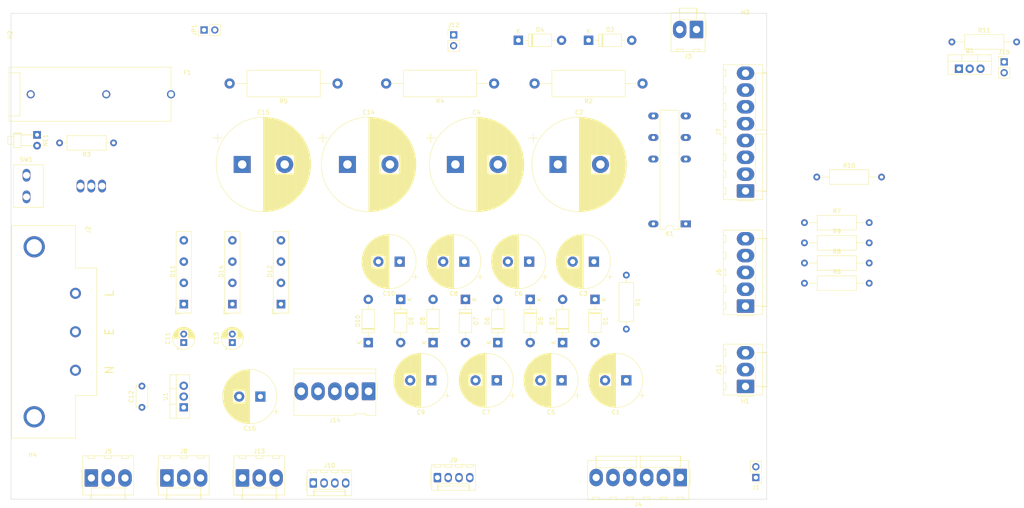
<source format=kicad_pcb>
(kicad_pcb (version 20211014) (generator pcbnew)
  (layers (0 "F.Cu" signal) (31 "B.Cu" signal) (34 "B.Paste" user) (35 "F.Paste" user) (36 "B.SilkS" user "B.Silkscreen") (37 "F.SilkS" user "F.Silkscreen") (38 "B.Mask" user) (39 "F.Mask" user) (44 "Edge.Cuts" user))
  (net 0 "")
  (net 1 "Net-(C1-Pad1)")
  (net 2 "Net-(C1-Pad2)")
  (net 3 "Net-(C2-Pad1)")
  (net 4 "Net-(C2-Pad2)")
  (net 5 "Net-(C3-Pad2)")
  (net 6 "/+360")
  (net 7 "Net-(C5-Pad2)")
  (net 8 "Net-(C6-Pad2)")
  (net 9 "/S4")
  (net 10 "/S5")
  (net 11 "/S6")
  (net 12 "/S7")
  (net 13 "Net-(C11-Pad2)")
  (net 14 "/115_A")
  (net 15 "/6.3_2A")
  (net 16 "/6.3_2B")
  (net 17 "Net-(F1-Pad1)")
  (net 18 "Net-(F1-Pad2)")
  (net 19 "/6.3_1A")
  (net 20 "/6.3_1B")
  (net 21 "/ACN")
  (net 25 "/SW_ACL")
  (net 26 "/115_B")
  (net 27 "/175_1A")
  (net 28 "/175_2A")
  (net 29 "Net-(NE1-Pad2)")
  (net 30 "/0V")
  (net 31 "Net-(C4-Pad1)")
  (net 32 "-5V")
  (net 33 "+12V")
  (net 34 "Net-(C14-Pad1)")
  (net 35 "Net-(D11-Pad3)")
  (net 36 "Net-(D14-Pad3)")
  (net 37 "Net-(C16-Pad1)")
  (net 38 "Net-(C16-Pad2)")
  (net 39 "Net-(D11-Pad2)")
  (net 40 "Net-(D14-Pad2)")
  (net 41 "/-V_CRT")
  (net 42 "GND")
  (net 43 "Net-(R7-Pad2)")
  (net 44 "Net-(R8-Pad2)")
  (net 45 "Net-(J15-Pad1)")
  (net 46 "Net-(K1-Pad7)")
  (net 47 "Net-(K1-Pad1)")
  (net 48 "Net-(K1-Pad11)")
  (net 49 "Net-(K1-Pad12)")
  (net 50 "Net-(K1-Pad16)")
  (footprint "Connector_Molex:Molex_KK-396_A-41791-0003_1x03_P3.96mm_Vertical" (layer "F.Cu") (at 44.3 134.725)
    (fp_text reference "J5" (at 3.96 -6.31) (layer "F.SilkS"))
    (fp_text value "Conn_01x03")
    (pad "1" thru_hole roundrect (at 0 0) (size 3.16 4.1) (drill 1.7) (layers *.Cu *.Mask) (roundrect_rratio 0.079114) (net 25 "/SW_ACL"))
    (pad "2" thru_hole oval (at 3.96 0) (size 3.16 4.1) (drill 1.7) (layers *.Cu *.Mask) (net 21 "/ACN"))
    (pad "3" thru_hole oval (at 7.92 0) (size 3.16 4.1) (drill 1.7) (layers *.Cu *.Mask) (net 42 "GND"))
  )
  (footprint "MountingHole:MountingHole_4.3mm_M4" (layer "F.Cu") (at 198.12 121.92)
    (fp_text reference "H1" (at 0 -5.3) (layer "F.SilkS"))
    (fp_text value "MountingHole")
    (pad "" np_thru_hole circle (at 0 0) (size 4.3 4.3) (drill 4.3) (layers *.Cu *.Mask))
  )
  (footprint "Connector_Molex:Molex_KK-396_A-41791-0002_1x02_P3.96mm_Vertical" (layer "F.Cu") (at 186.69 29.21 180)
    (fp_text reference "J3" (at 1.98 -6.31) (layer "F.SilkS"))
    (fp_text value "Conn_01x02")
    (pad "1" thru_hole roundrect (at 0 0 180) (size 3.16 4.1) (drill 1.7) (layers *.Cu *.Mask) (roundrect_rratio 0.079114) (net 6 "/+360"))
    (pad "2" thru_hole oval (at 3.96 0 180) (size 3.16 4.1) (drill 1.7) (layers *.Cu *.Mask) (net 30 "/0V"))
  )
  (footprint "Capacitor_THT:CP_Radial_D12.5mm_P5.00mm" (layer "F.Cu") (at 132.08 83.82 180)
    (fp_text reference "C8" (at 2.5 -7.5 180) (layer "F.SilkS"))
    (fp_text value "47u 400V")
    (pad "1" thru_hole rect (at 0 0 180) (size 2.4 2.4) (drill 1.2) (layers *.Cu *.Mask) (net 8 "Net-(C6-Pad2)"))
    (pad "2" thru_hole circle (at 5 0 180) (size 2.4 2.4) (drill 1.2) (layers *.Cu *.Mask) (net 10 "/S5"))
  )
  (footprint "Diode_THT:D_DO-41_SOD81_P10.16mm_Horizontal" (layer "F.Cu") (at 161.29 31.75)
    (fp_text reference "D2" (at 5.08 -2.47) (layer "F.SilkS"))
    (fp_text value "1N4007")
    (fp_text user "K" (at 0 -2.1) (layer "F.SilkS"))
    (pad "1" thru_hole rect (at 0 0) (size 2.2 2.2) (drill 1.1) (layers *.Cu *.Mask) (net 3 "Net-(C2-Pad1)"))
    (pad "2" thru_hole oval (at 10.16 0) (size 2.2 2.2) (drill 1.1) (layers *.Cu *.Mask) (net 30 "/0V"))
  )
  (footprint "Connector_Molex:Molex_KK-396_A-41791-0003_1x03_P3.96mm_Vertical" (layer "F.Cu") (at 62.08 134.725)
    (fp_text reference "J8" (at 3.96 -6.31) (layer "F.SilkS"))
    (fp_text value "Conn_01x03")
    (pad "1" thru_hole roundrect (at 0 0) (size 3.16 4.1) (drill 1.7) (layers *.Cu *.Mask) (roundrect_rratio 0.079114) (net 25 "/SW_ACL"))
    (pad "2" thru_hole oval (at 3.96 0) (size 3.16 4.1) (drill 1.7) (layers *.Cu *.Mask) (net 21 "/ACN"))
    (pad "3" thru_hole oval (at 7.92 0) (size 3.16 4.1) (drill 1.7) (layers *.Cu *.Mask) (net 42 "GND"))
  )
  (footprint "Connector_Molex:Molex_KK-396_A-41791-0005_1x05_P3.96mm_Vertical" (layer "F.Cu") (at 198.225 94.28 90)
    (fp_text reference "J6" (at 7.92 -6.31 90) (layer "F.SilkS"))
    (fp_text value "Conn_01x05")
    (pad "1" thru_hole roundrect (at 0 0 90) (size 3.16 4.1) (drill 1.7) (layers *.Cu *.Mask) (roundrect_rratio 0.079114) (net 25 "/SW_ACL"))
    (pad "2" thru_hole oval (at 3.96 0 90) (size 3.16 4.1) (drill 1.7) (layers *.Cu *.Mask) (net 21 "/ACN"))
    (pad "3" thru_hole oval (at 7.92 0 90) (size 3.16 4.1) (drill 1.7) (layers *.Cu *.Mask) (net 14 "/115_A"))
    (pad "4" thru_hole oval (at 11.88 0 90) (size 3.16 4.1) (drill 1.7) (layers *.Cu *.Mask) (net 26 "/115_B"))
    (pad "5" thru_hole oval (at 15.84 0 90) (size 3.16 4.1) (drill 1.7) (layers *.Cu *.Mask) (net 42 "GND"))
  )
  (footprint "Resistor_THT:R_Axial_DIN0309_L9.0mm_D3.2mm_P15.24mm_Horizontal" (layer "F.Cu") (at 212.09 88.9)
    (fp_text reference "R6" (at 7.62 -2.72) (layer "F.SilkS"))
    (fp_text value "1.0M 2W")
    (pad "1" thru_hole circle (at 0 0) (size 1.6 1.6) (drill 0.8) (layers *.Cu *.Mask) (net 1 "Net-(C1-Pad1)"))
    (pad "2" thru_hole oval (at 15.24 0) (size 1.6 1.6) (drill 0.8) (layers *.Cu *.Mask) (net 2 "Net-(C1-Pad2)"))
  )
  (footprint "HBH_fuse_holder:HBH-I-R" (layer "F.Cu") (at 63.05375 44.45)
    (fp_text reference "F1" (at 3.81 -5.08) (layer "F.SilkS"))
    (fp_text value "Fuse")
    (pad "1" thru_hole circle (at 0 0) (size 1.905 1.905) (drill 1.27) (layers *.Cu *.Mask) (net 17 "Net-(F1-Pad1)"))
    (pad "2" thru_hole circle (at -15.24 0) (size 1.905 1.905) (drill 1.27) (layers *.Cu *.Mask) (net 18 "Net-(F1-Pad2)"))
    (pad "3" thru_hole circle (at -33.02 0) (size 1.905 1.905) (drill 1.27) (layers *.Cu *.Mask))
  )
  (footprint "Resistor_THT:R_Axial_DIN0309_L9.0mm_D3.2mm_P15.24mm_Horizontal" (layer "F.Cu") (at 212.09 84.15)
    (fp_text reference "R8" (at 7.62 -2.72) (layer "F.SilkS"))
    (fp_text value "1.0M 2W")
    (pad "1" thru_hole circle (at 0 0) (size 1.6 1.6) (drill 0.8) (layers *.Cu *.Mask) (net 43 "Net-(R7-Pad2)"))
    (pad "2" thru_hole oval (at 15.24 0) (size 1.6 1.6) (drill 0.8) (layers *.Cu *.Mask) (net 44 "Net-(R8-Pad2)"))
  )
  (footprint "Resistor_THT:R_Axial_DIN0309_L9.0mm_D3.2mm_P15.24mm_Horizontal" (layer "F.Cu") (at 212.09 79.4)
    (fp_text reference "R9" (at 7.62 -2.72) (layer "F.SilkS"))
    (fp_text value "1.0M 2W")
    (pad "1" thru_hole circle (at 0 0) (size 1.6 1.6) (drill 0.8) (layers *.Cu *.Mask) (net 44 "Net-(R8-Pad2)"))
    (pad "2" thru_hole oval (at 15.24 0) (size 1.6 1.6) (drill 0.8) (layers *.Cu *.Mask) (net 12 "/S7"))
  )
  (footprint "Connector_Molex:Molex_KK-396_A-41791-0003_1x03_P3.96mm_Vertical" (layer "F.Cu") (at 198.225 113.18 90)
    (fp_text reference "J11" (at 3.96 -6.31 90) (layer "F.SilkS"))
    (fp_text value "Conn_01x03")
    (pad "1" thru_hole roundrect (at 0 0 90) (size 3.16 4.1) (drill 1.7) (layers *.Cu *.Mask) (roundrect_rratio 0.079114) (net 37 "Net-(C16-Pad1)"))
    (pad "2" thru_hole oval (at 3.96 0 90) (size 3.16 4.1) (drill 1.7) (layers *.Cu *.Mask) (net 38 "Net-(C16-Pad2)"))
    (pad "3" thru_hole oval (at 7.92 0 90) (size 3.16 4.1) (drill 1.7) (layers *.Cu *.Mask) (net 30 "/0V"))
  )
  (footprint "Capacitor_THT:CP_Radial_D12.5mm_P5.00mm" (layer "F.Cu") (at 154.94 111.76 180)
    (fp_text reference "C5" (at 2.5 -7.5 180) (layer "F.SilkS"))
    (fp_text value "47u 400V")
    (pad "1" thru_hole rect (at 0 0 180) (size 2.4 2.4) (drill 1.2) (layers *.Cu *.Mask) (net 2 "Net-(C1-Pad2)"))
    (pad "2" thru_hole circle (at 5 0 180) (size 2.4 2.4) (drill 1.2) (layers *.Cu *.Mask) (net 7 "Net-(C5-Pad2)"))
  )
  (footprint "Resistor_THT:R_Axial_DIN0309_L9.0mm_D3.2mm_P12.70mm_Horizontal" (layer "F.Cu") (at 49.53 55.88 180)
    (fp_text reference "R3" (at 6.35 -2.72) (layer "F.SilkS"))
    (fp_text value "100k")
    (pad "1" thru_hole circle (at 0 0 180) (size 1.6 1.6) (drill 0.8) (layers *.Cu *.Mask) (net 21 "/ACN"))
    (pad "2" thru_hole oval (at 12.7 0 180) (size 1.6 1.6) (drill 0.8) (layers *.Cu *.Mask) (net 29 "Net-(NE1-Pad2)"))
  )
  (footprint "Capacitor_THT:CP_Radial_D12.5mm_P5.00mm" (layer "F.Cu") (at 84.083216 115.57 180)
    (fp_text reference "C16" (at 2.5 -7.5 180) (layer "F.SilkS"))
    (fp_text value "47u 400V")
    (pad "1" thru_hole rect (at 0 0 180) (size 2.4 2.4) (drill 1.2) (layers *.Cu *.Mask) (net 37 "Net-(C16-Pad1)"))
    (pad "2" thru_hole circle (at 5 0 180) (size 2.4 2.4) (drill 1.2) (layers *.Cu *.Mask) (net 38 "Net-(C16-Pad2)"))
  )
  (footprint "Package_TO_SOT_THT:TO-220-3_Vertical" (layer "F.Cu") (at 66.04 118.11 90)
    (fp_text reference "U1" (at 2.54 -4.27 90) (layer "F.SilkS"))
    (fp_text value "LM7905_TO220")
    (pad "1" thru_hole rect (at 0 0 90) (size 1.905 2) (drill 1.1) (layers *.Cu *.Mask) (net 42 "GND"))
    (pad "2" thru_hole oval (at 2.54 0 90) (size 1.905 2) (drill 1.1) (layers *.Cu *.Mask) (net 13 "Net-(C11-Pad2)"))
    (pad "3" thru_hole oval (at 5.08 0 90) (size 1.905 2) (drill 1.1) (layers *.Cu *.Mask) (net 32 "-5V"))
  )
  (footprint "Diode_THT:Diode_Bridge_19.0x3.5x10.0mm_P5.0mm" (layer "F.Cu") (at 77.4875 93.8175 90)
    (fp_text reference "D14" (at 7.7 -2.6 90) (layer "F.SilkS"))
    (fp_text value "D_Bridge_+-AA")
    (pad "1" thru_hole rect (at 0 0 90) (size 2 2) (drill 1) (layers *.Cu *.Mask) (net 33 "+12V"))
    (pad "2" thru_hole circle (at 5 0 90) (size 2 2) (drill 1) (layers *.Cu *.Mask) (net 40 "Net-(D14-Pad2)"))
    (pad "3" thru_hole circle (at 10 0 90) (size 2 2) (drill 1) (layers *.Cu *.Mask) (net 36 "Net-(D14-Pad3)"))
    (pad "4" thru_hole circle (at 15 0 90) (size 2 2) (drill 1) (layers *.Cu *.Mask) (net 42 "GND"))
  )
  (footprint "Capacitor_THT:CP_Radial_D5.0mm_P2.00mm" (layer "F.Cu") (at 66.04 102.87 90)
    (fp_text reference "C11" (at 1 -3.75 90) (layer "F.SilkS"))
    (fp_text value "10u 25V")
    (pad "1" thru_hole rect (at 0 0 90) (size 1.6 1.6) (drill 0.8) (layers *.Cu *.Mask) (net 42 "GND"))
    (pad "2" thru_hole circle (at 2 0 90) (size 1.6 1.6) (drill 0.8) (layers *.Cu *.Mask) (net 13 "Net-(C11-Pad2)"))
  )
  (footprint "Capacitor_THT:CP_Radial_D12.5mm_P5.00mm" (layer "F.Cu") (at 116.84 83.82 180)
    (fp_text reference "C10" (at 2.5 -7.5 180) (layer "F.SilkS"))
    (fp_text value "47u 400V")
    (pad "1" thru_hole rect (at 0 0 180) (size 2.4 2.4) (drill 1.2) (layers *.Cu *.Mask) (net 10 "/S5"))
    (pad "2" thru_hole circle (at 5 0 180) (size 2.4 2.4) (drill 1.2) (layers *.Cu *.Mask) (net 12 "/S7"))
  )
  (footprint "Connector_Molex:Molex_KK-396_A-41791-0003_1x03_P3.96mm_Vertical" (layer "F.Cu") (at 79.86 134.725)
    (fp_text reference "J13" (at 3.96 -6.31) (layer "F.SilkS"))
    (fp_text value "Conn_01x03")
    (pad "1" thru_hole roundrect (at 0 0) (size 3.16 4.1) (drill 1.7) (layers *.Cu *.Mask) (roundrect_rratio 0.079114) (net 25 "/SW_ACL"))
    (pad "2" thru_hole oval (at 3.96 0) (size 3.16 4.1) (drill 1.7) (layers *.Cu *.Mask) (net 21 "/ACN"))
    (pad "3" thru_hole oval (at 7.92 0) (size 3.16 4.1) (drill 1.7) (layers *.Cu *.Mask) (net 42 "GND"))
  )
  (footprint "Capacitor_THT:C_Disc_D5.0mm_W2.5mm_P5.00mm" (layer "F.Cu") (at 56.205 118.11 90)
    (fp_text reference "C12" (at 2.5 -2.5 90) (layer "F.SilkS"))
    (fp_text value "1u 10V")
    (pad "1" thru_hole circle (at 0 0 90) (size 1.6 1.6) (drill 0.8) (layers *.Cu *.Mask) (net 42 "GND"))
    (pad "2" thru_hole circle (at 5 0 90) (size 1.6 1.6) (drill 0.8) (layers *.Cu *.Mask) (net 32 "-5V"))
  )
  (footprint "Diode_THT:D_DO-41_SOD81_P10.16mm_Horizontal" (layer "F.Cu") (at 155.184785 102.87 90)
    (fp_text reference "D3" (at 5.08 -2.47 90) (layer "F.SilkS"))
    (fp_text value "1N4007")
    (fp_text user "K" (at 0 -2.1 90) (layer "F.SilkS"))
    (pad "1" thru_hole rect (at 0 0 90) (size 2.2 2.2) (drill 1.1) (layers *.Cu *.Mask) (net 2 "Net-(C1-Pad2)"))
    (pad "2" thru_hole oval (at 10.16 0 90) (size 2.2 2.2) (drill 1.1) (layers *.Cu *.Mask) (net 5 "Net-(C3-Pad2)"))
  )
  (footprint "Capacitor_THT:CP_Radial_D22.0mm_P10.00mm_SnapIn" (layer "F.Cu") (at 104.562169 60.96)
    (fp_text reference "C14" (at 5 -12.25) (layer "F.SilkS"))
    (fp_text value "100u 400V")
    (pad "1" thru_hole rect (at 0 0) (size 4 4) (drill 2) (layers *.Cu *.Mask) (net 34 "Net-(C14-Pad1)"))
    (pad "2" thru_hole circle (at 10 0) (size 4 4) (drill 2) (layers *.Cu *.Mask) (net 30 "/0V"))
  )
  (footprint "Diode_THT:D_DO-41_SOD81_P10.16mm_Horizontal" (layer "F.Cu") (at 109.464785 102.87 90)
    (fp_text reference "D10" (at 5.08 -2.47 90) (layer "F.SilkS"))
    (fp_text value "1N4007")
    (fp_text user "K" (at 0 -2.1 90) (layer "F.SilkS"))
    (pad "1" thru_hole rect (at 0 0 90) (size 2.2 2.2) (drill 1.1) (layers *.Cu *.Mask) (net 11 "/S6"))
    (pad "2" thru_hole oval (at 10.16 0 90) (size 2.2 2.2) (drill 1.1) (layers *.Cu *.Mask) (net 12 "/S7"))
  )
  (footprint "Resistor_THT:R_Axial_DIN0309_L9.0mm_D3.2mm_P15.24mm_Horizontal" (layer "F.Cu") (at 246.78 32.13)
    (fp_text reference "R11" (at 7.62 -2.72) (layer "F.SilkS"))
    (fp_text value "1.0M 2W")
    (pad "1" thru_hole circle (at 0 0) (size 1.6 1.6) (drill 0.8) (layers *.Cu *.Mask) (net 30 "/0V"))
    (pad "2" thru_hole oval (at 15.24 0) (size 1.6 1.6) (drill 0.8) (layers *.Cu *.Mask) (net 50 "Net-(K1-Pad16)"))
  )
  (footprint "Diode_THT:Diode_Bridge_19.0x3.5x10.0mm_P5.0mm" (layer "F.Cu") (at 88.9175 93.8175 90)
    (fp_text reference "D12" (at 7.7 -2.6 90) (layer "F.SilkS"))
    (fp_text value "D_Bridge_+-AA")
    (pad "1" thru_hole rect (at 0 0 90) (size 2 2) (drill 1) (layers *.Cu *.Mask) (net 37 "Net-(C16-Pad1)"))
    (pad "2" thru_hole circle (at 5 0 90) (size 2 2) (drill 1) (layers *.Cu *.Mask) (net 14 "/115_A"))
    (pad "3" thru_hole circle (at 10 0 90) (size 2 2) (drill 1) (layers *.Cu *.Mask) (net 26 "/115_B"))
    (pad "4" thru_hole circle (at 15 0 90) (size 2 2) (drill 1) (layers *.Cu *.Mask) (net 38 "Net-(C16-Pad2)"))
  )
  (footprint "Diode_THT:D_DO-41_SOD81_P10.16mm_Horizontal" (layer "F.Cu") (at 139.944785 102.87 90)
    (fp_text reference "D6" (at 5.08 -2.47 90) (layer "F.SilkS"))
    (fp_text value "1N4007")
    (fp_text user "K" (at 0 -2.1 90) (layer "F.SilkS"))
    (pad "1" thru_hole rect (at 0 0 90) (size 2.2 2.2) (drill 1.1) (layers *.Cu *.Mask) (net 7 "Net-(C5-Pad2)"))
    (pad "2" thru_hole oval (at 10.16 0 90) (size 2.2 2.2) (drill 1.1) (layers *.Cu *.Mask) (net 8 "Net-(C6-Pad2)"))
  )
  (footprint "Diode_THT:D_DO-41_SOD81_P10.16mm_Horizontal" (layer "F.Cu") (at 162.804785 92.71 -90)
    (fp_text reference "D1" (at 5.08 -2.47 90) (layer "F.SilkS"))
    (fp_text value "1N4007")
    (fp_text user "K" (at 0 -2.1 90) (layer "F.SilkS"))
    (pad "1" thru_hole rect (at 0 0 270) (size 2.2 2.2) (drill 1.1) (layers *.Cu *.Mask) (net 30 "/0V"))
    (pad "2" thru_hole oval (at 10.16 0 270) (size 2.2 2.2) (drill 1.1) (layers *.Cu *.Mask) (net 2 "Net-(C1-Pad2)"))
  )
  (footprint "MountingHole:MountingHole_4.3mm_M4" (layer "F.Cu") (at 30.48 134.62)
    (fp_text reference "H4" (at 0 -5.3) (layer "F.SilkS"))
    (fp_text value "MountingHole")
    (pad "" np_thru_hole circle (at 0 0) (size 4.3 4.3) (drill 4.3) (layers *.Cu *.Mask))
  )
  (footprint "Resistor_THT:R_Axial_DIN0309_L9.0mm_D3.2mm_P15.24mm_Horizontal" (layer "F.Cu") (at 214.99 63.92)
    (fp_text reference "R10" (at 7.62 -2.72) (layer "F.SilkS"))
    (fp_text value "1.0M 2W")
    (pad "1" thru_hole circle (at 0 0) (size 1.6 1.6) (drill 0.8) (layers *.Cu *.Mask) (net 30 "/0V"))
    (pad "2" thru_hole oval (at 15.24 0) (size 1.6 1.6) (drill 0.8) (layers *.Cu *.Mask) (net 46 "Net-(K1-Pad7)"))
  )
  (footprint "Connector_PinHeader_2.54mm:PinHeader_1x02_P2.54mm_Vertical" (layer "F.Cu") (at 70.82 29.315 90)
    (fp_text reference "JP1" (at 0 -2.33 90) (layer "F.SilkS"))
    (fp_text value "WIRE_JUMPER")
    (pad "1" thru_hole rect (at 0 0 90) (size 1.7 1.7) (drill 1) (layers *.Cu *.Mask) (net 42 "GND"))
    (pad "2" thru_hole oval (at 0 2.54 90) (size 1.7 1.7) (drill 1) (layers *.Cu *.Mask) (net 30 "/0V"))
  )
  (footprint "Resistor_THT:R_Axial_DIN0617_L17.0mm_D6.0mm_P25.40mm_Horizontal" (layer "F.Cu") (at 139.065 41.91 180)
    (fp_text reference "R4" (at 12.7 -4.12 180) (layer "F.SilkS"))
    (fp_text value "200 ohm 5W")
    (pad "1" thru_hole circle (at 0 0 180) (size 2.4 2.4) (drill 1.2) (layers *.Cu *.Mask) (net 31 "Net-(C4-Pad1)"))
    (pad "2" thru_hole oval (at 25.4 0 180) (size 2.4 2.4) (drill 1.2) (layers *.Cu *.Mask) (net 34 "Net-(C14-Pad1)"))
  )
  (footprint "MountingHole:MountingHole_4.3mm_M4" (layer "F.Cu") (at 30.48 30.48 90)
    (fp_text reference "H2" (at 0 -5.3 90) (layer "F.SilkS"))
    (fp_text value "MountingHole")
    (pad "" np_thru_hole circle (at 0 0 90) (size 4.3 4.3) (drill 4.3) (layers *.Cu *.Mask))
  )
  (footprint "Connector_Molex:Molex_KK-254_AE-6410-04A_1x04_P2.54mm_Vertical" (layer "F.Cu") (at 125.73 134.64)
    (fp_text reference "J9" (at 3.81 -4.12) (layer "F.SilkS"))
    (fp_text value "Conn_01x04")
    (pad "1" thru_hole roundrect (at 0 0) (size 1.74 2.19) (drill 1.19) (layers *.Cu *.Mask) (roundrect_rratio 0.143678) (net 33 "+12V"))
    (pad "2" thru_hole oval (at 2.54 0) (size 1.74 2.19) (drill 1.19) (layers *.Cu *.Mask) (net 42 "GND"))
    (pad "3" thru_hole oval (at 5.08 0) (size 1.74 2.19) (drill 1.19) (layers *.Cu *.Mask) (net 42 "GND"))
    (pad "4" thru_hole oval (at 7.62 0) (size 1.74 2.19) (drill 1.19) (layers *.Cu *.Mask) (net 42 "GND"))
  )
  (footprint "Package_TO_SOT_THT:TO-220-3_Vertical" (layer "F.Cu") (at 248.44 38.43)
    (fp_text reference "Q1" (at 2.54 -4.27) (layer "F.SilkS"))
    (fp_text value "Q_NMOS_GDS")
    (pad "1" thru_hole rect (at 0 0) (size 1.905 2) (drill 1.1) (layers *.Cu *.Mask) (net 45 "Net-(J15-Pad1)"))
    (pad "2" thru_hole oval (at 2.54 0) (size 1.905 2) (drill 1.1) (layers *.Cu *.Mask) (net 47 "Net-(K1-Pad1)"))
    (pad "3" thru_hole oval (at 5.08 0) (size 1.905 2) (drill 1.1) (layers *.Cu *.Mask) (net 42 "GND"))
  )
  (footprint "Diode_THT:D_DO-41_SOD81_P10.16mm_Horizontal" (layer "F.Cu") (at 147.564785 92.71 -90)
    (fp_text reference "D5" (at 5.08 -2.47 90) (layer "F.SilkS"))
    (fp_text value "1N4007")
    (fp_text user "K" (at 0 -2.1 90) (layer "F.SilkS"))
    (pad "1" thru_hole rect (at 0 0 270) (size 2.2 2.2) (drill 1.1) (layers *.Cu *.Mask) (net 5 "Net-(C3-Pad2)"))
    (pad "2" thru_hole oval (at 10.16 0 270) (size 2.2 2.2) (drill 1.1) (layers *.Cu *.Mask) (net 7 "Net-(C5-Pad2)"))
  )
  (footprint "Resistor_THT:R_Axial_DIN0309_L9.0mm_D3.2mm_P15.24mm_Horizontal" (layer "F.Cu") (at 212.09 74.65)
    (fp_text reference "R7" (at 7.62 -2.72) (layer "F.SilkS"))
    (fp_text value "1.0M 2W")
    (pad "1" thru_hole circle (at 0 0) (size 1.6 1.6) (drill 0.8) (layers *.Cu *.Mask) (net 30 "/0V"))
    (pad "2" thru_hole oval (at 15.24 0) (size 1.6 1.6) (drill 0.8) (layers *.Cu *.Mask) (net 43 "Net-(R7-Pad2)"))
  )
  (footprint "Capacitor_THT:CP_Radial_D22.0mm_P10.00mm_SnapIn" (layer "F.Cu") (at 129.962169 60.96)
    (fp_text reference "C4" (at 5 -12.25) (layer "F.SilkS"))
    (fp_text value "100u 400V")
    (pad "1" thru_hole rect (at 0 0) (size 4 4) (drill 2) (layers *.Cu *.Mask) (net 31 "Net-(C4-Pad1)"))
    (pad "2" thru_hole circle (at 10 0) (size 4 4) (drill 2) (layers *.Cu *.Mask) (net 30 "/0V"))
  )
  (footprint "GSP1_power_entry:GSP1.8101.1" (layer "F.Cu") (at 40.56 100.33 -90)
    (fp_text reference "J2" (at -24 -3 90) (layer "F.SilkS"))
    (fp_text value "Conn_01x05")
    (fp_text user "L" (at -9 -8 90) (layer "F.SilkS") (effects (font (size 2 2) (thickness 0.25))))
    (fp_text user "E" (at 0 -8 90) (layer "F.SilkS") (effects (font (size 2 2) (thickness 0.25))))
    (fp_text user "N" (at 9 -8 90) (layer "F.SilkS") (effects (font (size 2 2) (thickness 0.25))))
    (pad "1" thru_hole circle (at -9.05 0 270) (size 2.6 2.6) (drill 1.6) (layers *.Cu *.Mask) (net 17 "Net-(F1-Pad1)"))
    (pad "2" thru_hole circle (at 0 0 270) (size 2.6 2.6) (drill 1.6) (layers *.Cu *.Mask) (net 42 "GND"))
    (pad "3" thru_hole circle (at 9.05 0 270) (size 2.6 2.6) (drill 1.6) (layers *.Cu *.Mask) (net 21 "/ACN"))
    (pad "4" thru_hole circle (at -20 9.7 270) (size 5 5) (drill 3.6) (layers *.Cu *.Mask) (net 42 "GND"))
    (pad "5" thru_hole circle (at 20 9.7 270) (size 5 5) (drill 3.6) (layers *.Cu *.Mask) (net 42 "GND"))
  )
  (footprint "LED_THT:LED_D1.8mm_W1.8mm_H2.4mm_Horizontal_O3.81mm_Z4.9mm" (layer "F.Cu") (at 31.525 53.995 -90)
    (fp_text reference "NE1" (at 1.27 -1.96 90) (layer "F.SilkS"))
    (fp_text value "A1A")
    (pad "1" thru_hole rect (at 0 0 270) (size 1.8 1.8) (drill 0.9) (layers *.Cu *.Mask) (net 25 "/SW_ACL"))
    (pad "2" thru_hole circle (at 2.54 0 270) (size 1.8 1.8) (drill 0.9) (layers *.Cu *.Mask) (net 29 "Net-(NE1-Pad2)"))
  )
  (footprint "Capacitor_THT:CP_Radial_D12.5mm_P5.00mm" (layer "F.Cu") (at 162.56 83.82 180)
    (fp_text reference "C3" (at 2.5 -7.5 180) (layer "F.SilkS"))
    (fp_text value "47u 400V")
    (pad "1" thru_hole rect (at 0 0 180) (size 2.4 2.4) (drill 1.2) (layers *.Cu *.Mask) (net 30 "/0V"))
    (pad "2" thru_hole circle (at 5 0 180) (size 2.4 2.4) (drill 1.2) (layers *.Cu *.Mask) (net 5 "Net-(C3-Pad2)"))
  )
  (footprint "Resistor_THT:R_Axial_DIN0617_L17.0mm_D6.0mm_P25.40mm_Horizontal" (layer "F.Cu") (at 173.99 41.91 180)
    (fp_text reference "R2" (at 12.7 -4.12 180) (layer "F.SilkS"))
    (fp_text value "120 ohm 5W")
    (pad "1" thru_hole circle (at 0 0 180) (size 2.4 2.4) (drill 1.2) (layers *.Cu *.Mask) (net 28 "/175_2A"))
    (pad "2" thru_hole oval (at 25.4 0 180) (size 2.4 2.4) (drill 1.2) (layers *.Cu *.Mask) (net 4 "Net-(C2-Pad2)"))
  )
  (footprint "Connector_Molex:Molex_KK-396_A-41791-0008_1x08_P3.96mm_Vertical" (layer "F.Cu") (at 198.225 67.2 90)
    (fp_text reference "J7" (at 13.86 -6.31 90) (layer "F.SilkS"))
    (fp_text value "Conn_01x08")
    (pad "1" thru_hole roundrect (at 0 0 90) (size 3.16 4.1) (drill 1.7) (layers *.Cu *.Mask) (roundrect_rratio 0.079114) (net 27 "/175_1A"))
    (pad "2" thru_hole oval (at 3.96 0 90) (size 3.16 4.1) (drill 1.7) (layers *.Cu *.Mask) (net 30 "/0V"))
    (pad "3" thru_hole oval (at 7.92 0 90) (size 3.16 4.1) (drill 1.7) (layers *.Cu *.Mask) (net 28 "/175_2A"))
    (pad "4" thru_hole oval (at 11.88 0 90) (size 3.16 4.1) (drill 1.7) (layers *.Cu *.Mask) (net 30 "/0V"))
    (pad "5" thru_hole oval (at 15.84 0 90) (size 3.16 4.1) (drill 1.7) (layers *.Cu *.Mask) (net 19 "/6.3_1A"))
    (pad "6" thru_hole oval (at 19.8 0 90) (size 3.16 4.1) (drill 1.7) (layers *.Cu *.Mask) (net 19 "/6.3_1A"))
    (pad "7" thru_hole oval (at 23.76 0 90) (size 3.16 4.1) (drill 1.7) (layers *.Cu *.Mask) (net 15 "/6.3_2A"))
    (pad "8" thru_hole oval (at 27.72 0 90) (size 3.16 4.1) (drill 1.7) (layers *.Cu *.Mask) (net 16 "/6.3_2B"))
  )
  (footprint "MountingHole:MountingHole_4.3mm_M4" (layer "F.Cu") (at 198.12 30.48)
    (fp_text reference "H3" (at 0 -5.3) (layer "F.SilkS"))
    (fp_text value "MountingHole")
    (pad "" np_thru_hole circle (at 0 0) (size 4.3 4.3) (drill 4.3) (layers *.Cu *.Mask))
  )
  (footprint "Capacitor_THT:CP_Radial_D12.5mm_P5.00mm" (layer "F.Cu") (at 147.32 83.82 180)
    (fp_text reference "C6" (at 2.5 -7.5 180) (layer "F.SilkS"))
    (fp_text value "47u 400V")
    (pad "1" thru_hole rect (at 0 0 180) (size 2.4 2.4) (drill 1.2) (layers *.Cu *.Mask) (net 5 "Net-(C3-Pad2)"))
    (pad "2" thru_hole circle (at 5 0 180) (size 2.4 2.4) (drill 1.2) (layers *.Cu *.Mask) (net 8 "Net-(C6-Pad2)"))
  )
  (footprint "Resistor_THT:R_Axial_DIN0617_L17.0mm_D6.0mm_P25.40mm_Horizontal" (layer "F.Cu") (at 102.235 41.91 180)
    (fp_text reference "R5" (at 12.7 -4.12 180) (layer "F.SilkS"))
    (fp_text value "200 ohm 5W")
    (pad "1" thru_hole circle (at 0 0 180) (size 2.4 2.4) (drill 1.2) (layers *.Cu *.Mask) (net 34 "Net-(C14-Pad1)"))
    (pad "2" thru_hole oval (at 25.4 0 180) (size 2.4 2.4) (drill 1.2) (layers *.Cu *.Mask) (net 6 "/+360"))
  )
  (footprint "Capacitor_THT:CP_Radial_D12.5mm_P5.00mm" (layer "F.Cu") (at 124.315216 111.76 180)
    (fp_text reference "C9" (at 2.5 -7.5 180) (layer "F.SilkS"))
    (fp_text value "47u 400V")
    (pad "1" thru_hole rect (at 0 0 180) (size 2.4 2.4) (drill 1.2) (layers *.Cu *.Mask) (net 9 "/S4"))
    (pad "2" thru_hole circle (at 5 0 180) (size 2.4 2.4) (drill 1.2) (layers *.Cu *.Mask) (net 11 "/S6"))
  )
  (footprint "Capacitor_THT:CP_Radial_D5.0mm_P2.00mm" (layer "F.Cu") (at 77.47 102.87 90)
    (fp_text reference "C13" (at 1 -3.75 90) (layer "F.SilkS"))
    (fp_text value "10u 25V")
    (pad "1" thru_hole rect (at 0 0 90) (size 1.6 1.6) (drill 0.8) (layers *.Cu *.Mask) (net 33 "+12V"))
    (pad "2" thru_hole circle (at 2 0 90) (size 1.6 1.6) (drill 0.8) (layers *.Cu *.Mask) (net 42 "GND"))
  )
  (footprint "Capacitor_THT:CP_Radial_D22.0mm_P10.00mm_SnapIn" (layer "F.Cu") (at 79.797169 60.96)
    (fp_text reference "C15" (at 5 -12.25) (layer "F.SilkS"))
    (fp_text value "100u 400V")
    (pad "1" thru_hole rect (at 0 0) (size 4 4) (drill 2) (layers *.Cu *.Mask) (net 6 "/+360"))
    (pad "2" thru_hole circle (at 10 0) (size 4 4) (drill 2) (layers *.Cu *.Mask) (net 30 "/0V"))
  )
  (footprint "Connector_Molex:Molex_KK-254_AE-6410-04A_1x04_P2.54mm_Vertical" (layer "F.Cu") (at 96.52 135.91)
    (fp_text reference "J10" (at 3.81 -4.12) (layer "F.SilkS"))
    (fp_text value "Conn_01x04")
    (pad "1" thru_hole roundrect (at 0 0) (size 1.74 2.19) (drill 1.19) (layers *.Cu *.Mask) (roundrect_rratio 0.143678) (net 40 "Net-(D14-Pad2)"))
    (pad "2" thru_hole oval (at 2.54 0) (size 1.74 2.19) (drill 1.19) (layers *.Cu *.Mask) (net 36 "Net-(D14-Pad3)"))
    (pad "3" thru_hole oval (at 5.08 0) (size 1.74 2.19) (drill 1.19) (layers *.Cu *.Mask) (net 39 "Net-(D11-Pad2)"))
    (pad "4" thru_hole oval (at 7.62 0) (size 1.74 2.19) (drill 1.19) (layers *.Cu *.Mask) (net 35 "Net-(D11-Pad3)"))
  )
  (footprint "Connector_Molex:Molex_KK-396_A-41791-0006_1x06_P3.96mm_Vertical" (layer "F.Cu") (at 182.88 134.62 180)
    (fp_text reference "J4" (at 9.9 -6.31) (layer "F.SilkS"))
    (fp_text value "Conn_01x06")
    (pad "1" thru_hole roundrect (at 0 0 180) (size 3.16 4.1) (drill 1.7) (layers *.Cu *.Mask) (roundrect_rratio 0.079114) (net 6 "/+360"))
    (pad "2" thru_hole oval (at 3.96 0 180) (size 3.16 4.1) (drill 1.7) (layers *.Cu *.Mask))
    (pad "3" thru_hole oval (at 7.92 0 180) (size 3.16 4.1) (drill 1.7) (layers *.Cu *.Mask) (net 30 "/0V"))
    (pad "4" thru_hole oval (at 11.88 0 180) (size 3.16 4.1) (drill 1.7) (layers *.Cu *.Mask))
    (pad "5" thru_hole oval (at 15.84 0 180) (size 3.16 4.1) (drill 1.7) (layers *.Cu *.Mask))
    (pad "6" thru_hole oval (at 19.8 0 180) (size 3.16 4.1) (drill 1.7) (layers *.Cu *.Mask) (net 41 "/-V_CRT"))
  )
  (footprint "Connector_PinHeader_2.54mm:PinHeader_1x02_P2.54mm_Vertical" (layer "F.Cu") (at 200.66 134.62 180)
    (fp_text reference "J1" (at 0 -2.33) (layer "F.SilkS"))
    (fp_text value "Conn_01x02")
    (pad "1" thru_hole rect (at 0 0 180) (size 1.7 1.7) (drill 1) (layers *.Cu *.Mask) (net 19 "/6.3_1A"))
    (pad "2" thru_hole oval (at 0 2.54 180) (size 1.7 1.7) (drill 1) (layers *.Cu *.Mask) (net 20 "/6.3_1B"))
  )
  (footprint "Capacitor_THT:CP_Radial_D22.0mm_P10.00mm_SnapIn" (layer "F.Cu") (at 154.092169 60.96)
    (fp_text reference "C2" (at 5 -12.25) (layer "F.SilkS"))
    (fp_text value "100u 400V")
    (pad "1" thru_hole rect (at 0 0) (size 4 4) (drill 2) (layers *.Cu *.Mask) (net 3 "Net-(C2-Pad1)"))
    (pad "2" thru_hole circle (at 10 0) (size 4 4) (drill 2) (layers *.Cu *.Mask) (net 4 "Net-(C2-Pad2)"))
  )
  (footprint "Capacitor_THT:CP_Radial_D12.5mm_P5.00mm" (layer "F.Cu") (at 139.7 111.76 180)
    (fp_text reference "C7" (at 2.5 -7.5 180) (layer "F.SilkS"))
    (fp_text value "47u 400V")
    (pad "1" thru_hole rect (at 0 0 180) (size 2.4 2.4) (drill 1.2) (layers *.Cu *.Mask) (net 7 "Net-(C5-Pad2)"))
    (pad "2" thru_hole circle (at 5 0 180) (size 2.4 2.4) (drill 1.2) (layers *.Cu *.Mask) (net 9 "/S4"))
  )
  (footprint "Capacitor_THT:CP_Radial_D12.5mm_P5.00mm" (layer "F.Cu") (at 170.18 111.76 180)
    (fp_text reference "C1" (at 2.5 -7.5 180) (layer "F.SilkS"))
    (fp_text value "47u 400V")
    (pad "1" thru_hole rect (at 0 0 180) (size 2.4 2.4) (drill 1.2) (layers *.Cu *.Mask) (net 1 "Net-(C1-Pad1)"))
    (pad "2" thru_hole circle (at 5 0 180) (size 2.4 2.4) (drill 1.2) (layers *.Cu *.Mask) (net 2 "Net-(C1-Pad2)"))
  )
  (footprint "Connector_Molex:Molex_KK-396_5273-05A_1x05_P3.96mm_Vertical" (layer "F.Cu") (at 109.52 114.329 180)
    (fp_text reference "J14" (at 7.92 -6.8) (layer "F.SilkS"))
    (fp_text value "Conn_01x05")
    (pad "1" thru_hole roundrect (at 0 0 180) (size 3.16 4.2) (drill 1.8) (layers *.Cu *.Mask) (roundrect_rratio 0.079114) (net 41 "/-V_CRT"))
    (pad "2" thru_hole oval (at 3.96 0 180) (size 3.16 4.2) (drill 1.8) (layers *.Cu *.Mask) (net 12 "/S7"))
    (pad "3" thru_hole oval (at 7.92 0 180) (size 3.16 4.2) (drill 1.8) (layers *.Cu *.Mask) (net 11 "/S6"))
    (pad "4" thru_hole oval (at 11.88 0 180) (size 3.16 4.2) (drill 1.8) (layers *.Cu *.Mask) (net 10 "/S5"))
    (pad "5" thru_hole oval (at 15.84 0 180) (size 3.16 4.2) (drill 1.8) (layers *.Cu *.Mask) (net 9 "/S4"))
  )
  (footprint "my_relay:DIP-22_W7.62mm_LongPads" (layer "F.Cu") (at 184.165 74.93 180)
    (fp_text reference "K1" (at 3.81 -2.33) (layer "F.SilkS"))
    (fp_text value "PR16-12V-540-2C")
    (pad "1" thru_hole rect (at 0 0 180) (size 2.4 1.6) (drill 0.8) (layers *.Cu *.Mask) (net 47 "Net-(K1-Pad1)"))
    (pad "7" thru_hole oval (at 0 15.24 180) (size 2.4 1.6) (drill 0.8) (layers *.Cu *.Mask) (net 46 "Net-(K1-Pad7)"))
    (pad "9" thru_hole oval (at 0 20.32 180) (size 2.4 1.6) (drill 0.8) (layers *.Cu *.Mask) (net 28 "/175_2A"))
    (pad "11" thru_hole oval (at 0 25.4 180) (size 2.4 1.6) (drill 0.8) (layers *.Cu *.Mask) (net 48 "Net-(K1-Pad11)"))
    (pad "12" thru_hole oval (at 7.62 25.4 180) (size 2.4 1.6) (drill 0.8) (layers *.Cu *.Mask) (net 49 "Net-(K1-Pad12)"))
    (pad "14" thru_hole oval (at 7.62 20.32 180) (size 2.4 1.6) (drill 0.8) (layers *.Cu *.Mask) (net 27 "/175_1A"))
    (pad "16" thru_hole oval (at 7.62 15.24 180) (size 2.4 1.6) (drill 0.8) (layers *.Cu *.Mask) (net 50 "Net-(K1-Pad16)"))
    (pad "22" thru_hole oval (at 7.62 0 180) (size 2.4 1.6) (drill 0.8) (layers *.Cu *.Mask) (net 33 "+12V"))
  )
  (footprint "Diode_THT:D_DO-41_SOD81_P10.16mm_Horizontal" (layer "F.Cu") (at 124.704785 102.87 90)
    (fp_text reference "D8" (at 5.08 -2.47 90) (layer "F.SilkS"))
    (fp_text value "1N4007")
    (fp_text user "K" (at 0 -2.1 90) (layer "F.SilkS"))
    (pad "1" thru_hole rect (at 0 0 90) (size 2.2 2.2) (drill 1.1) (layers *.Cu *.Mask) (net 9 "/S4"))
    (pad "2" thru_hole oval (at 10.16 0 90) (size 2.2 2.2) (drill 1.1) (layers *.Cu *.Mask) (net 10 "/S5"))
  )
  (footprint "Diode_THT:D_DO-41_SOD81_P10.16mm_Horizontal" (layer "F.Cu") (at 132.324785 92.71 -90)
    (fp_text reference "D7" (at 5.08 -2.47 90) (layer "F.SilkS"))
    (fp_text value "1N4007")
    (fp_text user "K" (at 0 -2.1 90) (layer "F.SilkS"))
    (pad "1" thru_hole rect (at 0 0 270) (size 2.2 2.2) (drill 1.1) (layers *.Cu *.Mask) (net 8 "Net-(C6-Pad2)"))
    (pad "2" thru_hole oval (at 10.16 0 270) (size 2.2 2.2) (drill 1.1) (layers *.Cu *.Mask) (net 9 "/S4"))
  )
  (footprint "Diode_THT:D_DO-41_SOD81_P10.16mm_Horizontal" (layer "F.Cu") (at 117.084785 92.71 -90)
    (fp_text reference "D9" (at 5.08 -2.47 90) (layer "F.SilkS"))
    (fp_text value "1N4007")
    (fp_text user "K" (at 0 -2.1 90) (layer "F.SilkS"))
    (pad "1" thru_hole rect (at 0 0 270) (size 2.2 2.2) (drill 1.1) (layers *.Cu *.Mask) (net 10 "/S5"))
    (pad "2" thru_hole oval (at 10.16 0 270) (size 2.2 2.2) (drill 1.1) (layers *.Cu *.Mask) (net 11 "/S6"))
  )
  (footprint "Resistor_THT:R_Axial_DIN0309_L9.0mm_D3.2mm_P12.70mm_Horizontal" (layer "F.Cu") (at 170.18 86.995 -90)
    (fp_text reference "R1" (at 6.35 -2.72 90) (layer "F.SilkS"))
    (fp_text value "100 ohm 1/2W")
    (pad "1" thru_hole circle (at 0 0 270) (size 1.6 1.6) (drill 0.8) (layers *.Cu *.Mask) (net 27 "/175_1A"))
    (pad "2" thru_hole oval (at 12.7 0 270) (size 1.6 1.6) (drill 0.8) (layers *.Cu *.Mask) (net 1 "Net-(C1-Pad1)"))
  )
  (footprint "Switch_8GA:8GA1016-Z" (layer "F.Cu") (at 41.745 66.04)
    (fp_text reference "SW1" (at -12.75 -6.25) (layer "F.SilkS"))
    (fp_text value "SW_SPST")
    (pad "1" thru_hole oval locked (at 0 0) (size 1.8 3) (drill 1.6) (layers *.Cu *.Mask) (net 18 "Net-(F1-Pad2)"))
    (pad "2" thru_hole oval locked (at 2.54 0) (size 1.8 3) (drill 1.6) (layers *.Cu *.Mask) (net 25 "/SW_ACL"))
    (pad "3" thru_hole oval locked (at 5.08 0) (size 1.8 3) (drill 1.6) (layers *.Cu *.Mask))
    (pad "4" thru_hole oval locked (at -12.7 -2.54) (size 1.8 3) (drill 1.6) (layers *.Cu *.Mask))
    (pad "5" thru_hole oval locked (at -12.7 2.54) (size 1.8 3) (drill 1.6) (layers *.Cu *.Mask))
  )
  (footprint "Connector_PinHeader_2.54mm:PinHeader_1x02_P2.54mm_Vertical" (layer "F.Cu") (at 129.54 30.48)
    (fp_text reference "J12" (at 0 -2.33) (layer "F.SilkS"))
    (fp_text value "Conn_01x02")
    (pad "1" thru_hole rect (at 0 0) (size 1.7 1.7) (drill 1) (layers *.Cu *.Mask) (net 15 "/6.3_2A"))
    (pad "2" thru_hole oval (at 0 2.54) (size 1.7 1.7) (drill 1) (layers *.Cu *.Mask) (net 16 "/6.3_2B"))
  )
  (footprint "Diode_THT:D_DO-41_SOD81_P10.16mm_Horizontal" (layer "F.Cu") (at 144.78 31.75)
    (fp_text reference "D4" (at 5.08 -2.47) (layer "F.SilkS"))
    (fp_text value "1N4007")
    (fp_text user "K" (at 0 -2.1) (layer "F.SilkS"))
    (pad "1" thru_hole rect (at 0 0) (size 2.2 2.2) (drill 1.1) (layers *.Cu *.Mask) (net 31 "Net-(C4-Pad1)"))
    (pad "2" thru_hole oval (at 10.16 0) (size 2.2 2.2) (drill 1.1) (layers *.Cu *.Mask) (net 3 "Net-(C2-Pad1)"))
  )
  (footprint "Diode_THT:Diode_Bridge_19.0x3.5x10.0mm_P5.0mm" (layer "F.Cu") (at 66.0575 93.8175 90)
    (fp_text reference "D11" (at 7.7 -2.6 90) (layer "F.SilkS"))
    (fp_text value "D_Bridge_+-AA")
    (pad "1" thru_hole rect (at 0 0 90) (size 2 2) (drill 1) (layers *.Cu *.Mask) (net 42 "GND"))
    (pad "2" thru_hole circle (at 5 0 90) (size 2 2) (drill 1) (layers *.Cu *.Mask) (net 39 "Net-(D11-Pad2)"))
    (pad "3" thru_hole circle (at 10 0 90) (size 2 2) (drill 1) (layers *.Cu *.Mask) (net 35 "Net-(D11-Pad3)"))
    (pad "4" thru_hole circle (at 15 0 90) (size 2 2) (drill 1) (layers *.Cu *.Mask) (net 13 "Net-(C11-Pad2)"))
  )
  (footprint "Connector_PinHeader_2.54mm:PinHeader_1x02_P2.54mm_Vertical" (layer "F.Cu") (at 259.08 36.83)
    (fp_text reference "J15" (at 0 -2.33) (layer "F.SilkS"))
    (fp_text value "Conn_01x02")
    (pad "1" thru_hole rect (at 0 0) (size 1.7 1.7) (drill 1) (layers *.Cu *.Mask) (net 45 "Net-(J15-Pad1)"))
    (pad "2" thru_hole oval (at 0 2.54) (size 1.7 1.7) (drill 1) (layers *.Cu *.Mask) (net 42 "GND"))
  )
  (gr_line (start 203.2 139.7) (end 25.4 139.7) (layer "Edge.Cuts") (width 0.1))
  (gr_line (start 203.2 25.4) (end 203.2 139.7) (layer "Edge.Cuts") (width 0.1))
  (gr_line (start 25.4 25.4) (end 203.2 25.4) (layer "Edge.Cuts") (width 0.1))
  (gr_line (start 25.4 139.7) (end 25.4 25.4) (layer "Edge.Cuts") (width 0.1))
)
</source>
